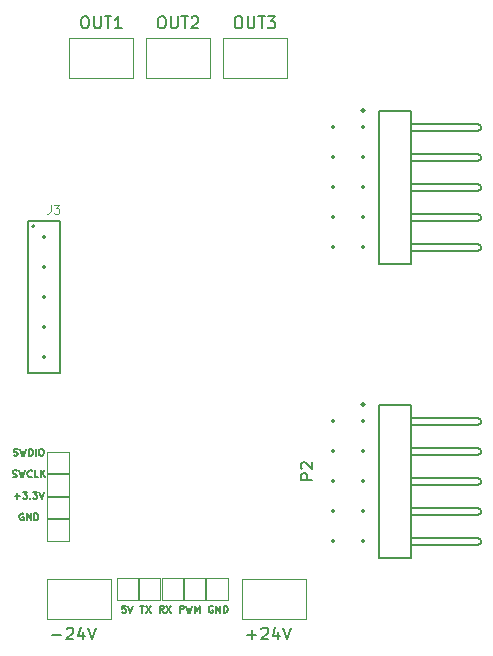
<source format=gbr>
%TF.GenerationSoftware,KiCad,Pcbnew,8.0.6*%
%TF.CreationDate,2024-10-27T21:52:18+01:00*%
%TF.ProjectId,Motor_Driver_carrier_board,4d6f746f-725f-4447-9269-7665725f6361,rev?*%
%TF.SameCoordinates,Original*%
%TF.FileFunction,Legend,Top*%
%TF.FilePolarity,Positive*%
%FSLAX46Y46*%
G04 Gerber Fmt 4.6, Leading zero omitted, Abs format (unit mm)*
G04 Created by KiCad (PCBNEW 8.0.6) date 2024-10-27 21:52:18*
%MOMM*%
%LPD*%
G01*
G04 APERTURE LIST*
%ADD10C,0.150000*%
%ADD11C,0.065024*%
%ADD12C,0.120000*%
%ADD13C,0.200000*%
%ADD14C,0.250000*%
%ADD15C,0.350000*%
G04 APERTURE END LIST*
D10*
X126198809Y-43404819D02*
X126389285Y-43404819D01*
X126389285Y-43404819D02*
X126484523Y-43452438D01*
X126484523Y-43452438D02*
X126579761Y-43547676D01*
X126579761Y-43547676D02*
X126627380Y-43738152D01*
X126627380Y-43738152D02*
X126627380Y-44071485D01*
X126627380Y-44071485D02*
X126579761Y-44261961D01*
X126579761Y-44261961D02*
X126484523Y-44357200D01*
X126484523Y-44357200D02*
X126389285Y-44404819D01*
X126389285Y-44404819D02*
X126198809Y-44404819D01*
X126198809Y-44404819D02*
X126103571Y-44357200D01*
X126103571Y-44357200D02*
X126008333Y-44261961D01*
X126008333Y-44261961D02*
X125960714Y-44071485D01*
X125960714Y-44071485D02*
X125960714Y-43738152D01*
X125960714Y-43738152D02*
X126008333Y-43547676D01*
X126008333Y-43547676D02*
X126103571Y-43452438D01*
X126103571Y-43452438D02*
X126198809Y-43404819D01*
X127055952Y-43404819D02*
X127055952Y-44214342D01*
X127055952Y-44214342D02*
X127103571Y-44309580D01*
X127103571Y-44309580D02*
X127151190Y-44357200D01*
X127151190Y-44357200D02*
X127246428Y-44404819D01*
X127246428Y-44404819D02*
X127436904Y-44404819D01*
X127436904Y-44404819D02*
X127532142Y-44357200D01*
X127532142Y-44357200D02*
X127579761Y-44309580D01*
X127579761Y-44309580D02*
X127627380Y-44214342D01*
X127627380Y-44214342D02*
X127627380Y-43404819D01*
X127960714Y-43404819D02*
X128532142Y-43404819D01*
X128246428Y-44404819D02*
X128246428Y-43404819D01*
X129389285Y-44404819D02*
X128817857Y-44404819D01*
X129103571Y-44404819D02*
X129103571Y-43404819D01*
X129103571Y-43404819D02*
X129008333Y-43547676D01*
X129008333Y-43547676D02*
X128913095Y-43642914D01*
X128913095Y-43642914D02*
X128817857Y-43690533D01*
D11*
X123382012Y-59347329D02*
X123382012Y-59881455D01*
X123382012Y-59881455D02*
X123346403Y-59988280D01*
X123346403Y-59988280D02*
X123275187Y-60059497D01*
X123275187Y-60059497D02*
X123168361Y-60095105D01*
X123168361Y-60095105D02*
X123097145Y-60095105D01*
X123666879Y-59347329D02*
X124129788Y-59347329D01*
X124129788Y-59347329D02*
X123880529Y-59632196D01*
X123880529Y-59632196D02*
X123987354Y-59632196D01*
X123987354Y-59632196D02*
X124058571Y-59667804D01*
X124058571Y-59667804D02*
X124094179Y-59703413D01*
X124094179Y-59703413D02*
X124129788Y-59774629D01*
X124129788Y-59774629D02*
X124129788Y-59952671D01*
X124129788Y-59952671D02*
X124094179Y-60023888D01*
X124094179Y-60023888D02*
X124058571Y-60059497D01*
X124058571Y-60059497D02*
X123987354Y-60095105D01*
X123987354Y-60095105D02*
X123773704Y-60095105D01*
X123773704Y-60095105D02*
X123702487Y-60059497D01*
X123702487Y-60059497D02*
X123666879Y-60023888D01*
D10*
X129734820Y-93294771D02*
X129449106Y-93294771D01*
X129449106Y-93294771D02*
X129420534Y-93580485D01*
X129420534Y-93580485D02*
X129449106Y-93551914D01*
X129449106Y-93551914D02*
X129506249Y-93523342D01*
X129506249Y-93523342D02*
X129649106Y-93523342D01*
X129649106Y-93523342D02*
X129706249Y-93551914D01*
X129706249Y-93551914D02*
X129734820Y-93580485D01*
X129734820Y-93580485D02*
X129763391Y-93637628D01*
X129763391Y-93637628D02*
X129763391Y-93780485D01*
X129763391Y-93780485D02*
X129734820Y-93837628D01*
X129734820Y-93837628D02*
X129706249Y-93866200D01*
X129706249Y-93866200D02*
X129649106Y-93894771D01*
X129649106Y-93894771D02*
X129506249Y-93894771D01*
X129506249Y-93894771D02*
X129449106Y-93866200D01*
X129449106Y-93866200D02*
X129420534Y-93837628D01*
X129934820Y-93294771D02*
X130134820Y-93894771D01*
X130134820Y-93894771D02*
X130334820Y-93294771D01*
X137116963Y-93323342D02*
X137059821Y-93294771D01*
X137059821Y-93294771D02*
X136974106Y-93294771D01*
X136974106Y-93294771D02*
X136888392Y-93323342D01*
X136888392Y-93323342D02*
X136831249Y-93380485D01*
X136831249Y-93380485D02*
X136802678Y-93437628D01*
X136802678Y-93437628D02*
X136774106Y-93551914D01*
X136774106Y-93551914D02*
X136774106Y-93637628D01*
X136774106Y-93637628D02*
X136802678Y-93751914D01*
X136802678Y-93751914D02*
X136831249Y-93809057D01*
X136831249Y-93809057D02*
X136888392Y-93866200D01*
X136888392Y-93866200D02*
X136974106Y-93894771D01*
X136974106Y-93894771D02*
X137031249Y-93894771D01*
X137031249Y-93894771D02*
X137116963Y-93866200D01*
X137116963Y-93866200D02*
X137145535Y-93837628D01*
X137145535Y-93837628D02*
X137145535Y-93637628D01*
X137145535Y-93637628D02*
X137031249Y-93637628D01*
X137402678Y-93894771D02*
X137402678Y-93294771D01*
X137402678Y-93294771D02*
X137745535Y-93894771D01*
X137745535Y-93894771D02*
X137745535Y-93294771D01*
X138031249Y-93894771D02*
X138031249Y-93294771D01*
X138031249Y-93294771D02*
X138174106Y-93294771D01*
X138174106Y-93294771D02*
X138259820Y-93323342D01*
X138259820Y-93323342D02*
X138316963Y-93380485D01*
X138316963Y-93380485D02*
X138345534Y-93437628D01*
X138345534Y-93437628D02*
X138374106Y-93551914D01*
X138374106Y-93551914D02*
X138374106Y-93637628D01*
X138374106Y-93637628D02*
X138345534Y-93751914D01*
X138345534Y-93751914D02*
X138316963Y-93809057D01*
X138316963Y-93809057D02*
X138259820Y-93866200D01*
X138259820Y-93866200D02*
X138174106Y-93894771D01*
X138174106Y-93894771D02*
X138031249Y-93894771D01*
X140038095Y-95773866D02*
X140800000Y-95773866D01*
X140419047Y-96154819D02*
X140419047Y-95392914D01*
X141228571Y-95250057D02*
X141276190Y-95202438D01*
X141276190Y-95202438D02*
X141371428Y-95154819D01*
X141371428Y-95154819D02*
X141609523Y-95154819D01*
X141609523Y-95154819D02*
X141704761Y-95202438D01*
X141704761Y-95202438D02*
X141752380Y-95250057D01*
X141752380Y-95250057D02*
X141799999Y-95345295D01*
X141799999Y-95345295D02*
X141799999Y-95440533D01*
X141799999Y-95440533D02*
X141752380Y-95583390D01*
X141752380Y-95583390D02*
X141180952Y-96154819D01*
X141180952Y-96154819D02*
X141799999Y-96154819D01*
X142657142Y-95488152D02*
X142657142Y-96154819D01*
X142419047Y-95107200D02*
X142180952Y-95821485D01*
X142180952Y-95821485D02*
X142799999Y-95821485D01*
X143038095Y-95154819D02*
X143371428Y-96154819D01*
X143371428Y-96154819D02*
X143704761Y-95154819D01*
X123538095Y-95773866D02*
X124300000Y-95773866D01*
X124728571Y-95250057D02*
X124776190Y-95202438D01*
X124776190Y-95202438D02*
X124871428Y-95154819D01*
X124871428Y-95154819D02*
X125109523Y-95154819D01*
X125109523Y-95154819D02*
X125204761Y-95202438D01*
X125204761Y-95202438D02*
X125252380Y-95250057D01*
X125252380Y-95250057D02*
X125299999Y-95345295D01*
X125299999Y-95345295D02*
X125299999Y-95440533D01*
X125299999Y-95440533D02*
X125252380Y-95583390D01*
X125252380Y-95583390D02*
X124680952Y-96154819D01*
X124680952Y-96154819D02*
X125299999Y-96154819D01*
X126157142Y-95488152D02*
X126157142Y-96154819D01*
X125919047Y-95107200D02*
X125680952Y-95821485D01*
X125680952Y-95821485D02*
X126299999Y-95821485D01*
X126538095Y-95154819D02*
X126871428Y-96154819D01*
X126871428Y-96154819D02*
X127204761Y-95154819D01*
X139198809Y-43404819D02*
X139389285Y-43404819D01*
X139389285Y-43404819D02*
X139484523Y-43452438D01*
X139484523Y-43452438D02*
X139579761Y-43547676D01*
X139579761Y-43547676D02*
X139627380Y-43738152D01*
X139627380Y-43738152D02*
X139627380Y-44071485D01*
X139627380Y-44071485D02*
X139579761Y-44261961D01*
X139579761Y-44261961D02*
X139484523Y-44357200D01*
X139484523Y-44357200D02*
X139389285Y-44404819D01*
X139389285Y-44404819D02*
X139198809Y-44404819D01*
X139198809Y-44404819D02*
X139103571Y-44357200D01*
X139103571Y-44357200D02*
X139008333Y-44261961D01*
X139008333Y-44261961D02*
X138960714Y-44071485D01*
X138960714Y-44071485D02*
X138960714Y-43738152D01*
X138960714Y-43738152D02*
X139008333Y-43547676D01*
X139008333Y-43547676D02*
X139103571Y-43452438D01*
X139103571Y-43452438D02*
X139198809Y-43404819D01*
X140055952Y-43404819D02*
X140055952Y-44214342D01*
X140055952Y-44214342D02*
X140103571Y-44309580D01*
X140103571Y-44309580D02*
X140151190Y-44357200D01*
X140151190Y-44357200D02*
X140246428Y-44404819D01*
X140246428Y-44404819D02*
X140436904Y-44404819D01*
X140436904Y-44404819D02*
X140532142Y-44357200D01*
X140532142Y-44357200D02*
X140579761Y-44309580D01*
X140579761Y-44309580D02*
X140627380Y-44214342D01*
X140627380Y-44214342D02*
X140627380Y-43404819D01*
X140960714Y-43404819D02*
X141532142Y-43404819D01*
X141246428Y-44404819D02*
X141246428Y-43404819D01*
X141770238Y-43404819D02*
X142389285Y-43404819D01*
X142389285Y-43404819D02*
X142055952Y-43785771D01*
X142055952Y-43785771D02*
X142198809Y-43785771D01*
X142198809Y-43785771D02*
X142294047Y-43833390D01*
X142294047Y-43833390D02*
X142341666Y-43881009D01*
X142341666Y-43881009D02*
X142389285Y-43976247D01*
X142389285Y-43976247D02*
X142389285Y-44214342D01*
X142389285Y-44214342D02*
X142341666Y-44309580D01*
X142341666Y-44309580D02*
X142294047Y-44357200D01*
X142294047Y-44357200D02*
X142198809Y-44404819D01*
X142198809Y-44404819D02*
X141913095Y-44404819D01*
X141913095Y-44404819D02*
X141817857Y-44357200D01*
X141817857Y-44357200D02*
X141770238Y-44309580D01*
X132698809Y-43404819D02*
X132889285Y-43404819D01*
X132889285Y-43404819D02*
X132984523Y-43452438D01*
X132984523Y-43452438D02*
X133079761Y-43547676D01*
X133079761Y-43547676D02*
X133127380Y-43738152D01*
X133127380Y-43738152D02*
X133127380Y-44071485D01*
X133127380Y-44071485D02*
X133079761Y-44261961D01*
X133079761Y-44261961D02*
X132984523Y-44357200D01*
X132984523Y-44357200D02*
X132889285Y-44404819D01*
X132889285Y-44404819D02*
X132698809Y-44404819D01*
X132698809Y-44404819D02*
X132603571Y-44357200D01*
X132603571Y-44357200D02*
X132508333Y-44261961D01*
X132508333Y-44261961D02*
X132460714Y-44071485D01*
X132460714Y-44071485D02*
X132460714Y-43738152D01*
X132460714Y-43738152D02*
X132508333Y-43547676D01*
X132508333Y-43547676D02*
X132603571Y-43452438D01*
X132603571Y-43452438D02*
X132698809Y-43404819D01*
X133555952Y-43404819D02*
X133555952Y-44214342D01*
X133555952Y-44214342D02*
X133603571Y-44309580D01*
X133603571Y-44309580D02*
X133651190Y-44357200D01*
X133651190Y-44357200D02*
X133746428Y-44404819D01*
X133746428Y-44404819D02*
X133936904Y-44404819D01*
X133936904Y-44404819D02*
X134032142Y-44357200D01*
X134032142Y-44357200D02*
X134079761Y-44309580D01*
X134079761Y-44309580D02*
X134127380Y-44214342D01*
X134127380Y-44214342D02*
X134127380Y-43404819D01*
X134460714Y-43404819D02*
X135032142Y-43404819D01*
X134746428Y-44404819D02*
X134746428Y-43404819D01*
X135317857Y-43500057D02*
X135365476Y-43452438D01*
X135365476Y-43452438D02*
X135460714Y-43404819D01*
X135460714Y-43404819D02*
X135698809Y-43404819D01*
X135698809Y-43404819D02*
X135794047Y-43452438D01*
X135794047Y-43452438D02*
X135841666Y-43500057D01*
X135841666Y-43500057D02*
X135889285Y-43595295D01*
X135889285Y-43595295D02*
X135889285Y-43690533D01*
X135889285Y-43690533D02*
X135841666Y-43833390D01*
X135841666Y-43833390D02*
X135270238Y-44404819D01*
X135270238Y-44404819D02*
X135889285Y-44404819D01*
X134307143Y-93894771D02*
X134307143Y-93294771D01*
X134307143Y-93294771D02*
X134535714Y-93294771D01*
X134535714Y-93294771D02*
X134592857Y-93323342D01*
X134592857Y-93323342D02*
X134621428Y-93351914D01*
X134621428Y-93351914D02*
X134650000Y-93409057D01*
X134650000Y-93409057D02*
X134650000Y-93494771D01*
X134650000Y-93494771D02*
X134621428Y-93551914D01*
X134621428Y-93551914D02*
X134592857Y-93580485D01*
X134592857Y-93580485D02*
X134535714Y-93609057D01*
X134535714Y-93609057D02*
X134307143Y-93609057D01*
X134850000Y-93294771D02*
X134992857Y-93894771D01*
X134992857Y-93894771D02*
X135107143Y-93466200D01*
X135107143Y-93466200D02*
X135221428Y-93894771D01*
X135221428Y-93894771D02*
X135364286Y-93294771D01*
X135592857Y-93894771D02*
X135592857Y-93294771D01*
X135592857Y-93294771D02*
X135792857Y-93723342D01*
X135792857Y-93723342D02*
X135992857Y-93294771D01*
X135992857Y-93294771D02*
X135992857Y-93894771D01*
X145544819Y-82648094D02*
X144544819Y-82648094D01*
X144544819Y-82648094D02*
X144544819Y-82267142D01*
X144544819Y-82267142D02*
X144592438Y-82171904D01*
X144592438Y-82171904D02*
X144640057Y-82124285D01*
X144640057Y-82124285D02*
X144735295Y-82076666D01*
X144735295Y-82076666D02*
X144878152Y-82076666D01*
X144878152Y-82076666D02*
X144973390Y-82124285D01*
X144973390Y-82124285D02*
X145021009Y-82171904D01*
X145021009Y-82171904D02*
X145068628Y-82267142D01*
X145068628Y-82267142D02*
X145068628Y-82648094D01*
X144640057Y-81695713D02*
X144592438Y-81648094D01*
X144592438Y-81648094D02*
X144544819Y-81552856D01*
X144544819Y-81552856D02*
X144544819Y-81314761D01*
X144544819Y-81314761D02*
X144592438Y-81219523D01*
X144592438Y-81219523D02*
X144640057Y-81171904D01*
X144640057Y-81171904D02*
X144735295Y-81124285D01*
X144735295Y-81124285D02*
X144830533Y-81124285D01*
X144830533Y-81124285D02*
X144973390Y-81171904D01*
X144973390Y-81171904D02*
X145544819Y-81743332D01*
X145544819Y-81743332D02*
X145544819Y-81124285D01*
X120253571Y-80566200D02*
X120339286Y-80594771D01*
X120339286Y-80594771D02*
X120482143Y-80594771D01*
X120482143Y-80594771D02*
X120539286Y-80566200D01*
X120539286Y-80566200D02*
X120567857Y-80537628D01*
X120567857Y-80537628D02*
X120596428Y-80480485D01*
X120596428Y-80480485D02*
X120596428Y-80423342D01*
X120596428Y-80423342D02*
X120567857Y-80366200D01*
X120567857Y-80366200D02*
X120539286Y-80337628D01*
X120539286Y-80337628D02*
X120482143Y-80309057D01*
X120482143Y-80309057D02*
X120367857Y-80280485D01*
X120367857Y-80280485D02*
X120310714Y-80251914D01*
X120310714Y-80251914D02*
X120282143Y-80223342D01*
X120282143Y-80223342D02*
X120253571Y-80166200D01*
X120253571Y-80166200D02*
X120253571Y-80109057D01*
X120253571Y-80109057D02*
X120282143Y-80051914D01*
X120282143Y-80051914D02*
X120310714Y-80023342D01*
X120310714Y-80023342D02*
X120367857Y-79994771D01*
X120367857Y-79994771D02*
X120510714Y-79994771D01*
X120510714Y-79994771D02*
X120596428Y-80023342D01*
X120796429Y-79994771D02*
X120939286Y-80594771D01*
X120939286Y-80594771D02*
X121053572Y-80166200D01*
X121053572Y-80166200D02*
X121167857Y-80594771D01*
X121167857Y-80594771D02*
X121310715Y-79994771D01*
X121539286Y-80594771D02*
X121539286Y-79994771D01*
X121539286Y-79994771D02*
X121682143Y-79994771D01*
X121682143Y-79994771D02*
X121767857Y-80023342D01*
X121767857Y-80023342D02*
X121825000Y-80080485D01*
X121825000Y-80080485D02*
X121853571Y-80137628D01*
X121853571Y-80137628D02*
X121882143Y-80251914D01*
X121882143Y-80251914D02*
X121882143Y-80337628D01*
X121882143Y-80337628D02*
X121853571Y-80451914D01*
X121853571Y-80451914D02*
X121825000Y-80509057D01*
X121825000Y-80509057D02*
X121767857Y-80566200D01*
X121767857Y-80566200D02*
X121682143Y-80594771D01*
X121682143Y-80594771D02*
X121539286Y-80594771D01*
X122139286Y-80594771D02*
X122139286Y-79994771D01*
X122539285Y-79994771D02*
X122653571Y-79994771D01*
X122653571Y-79994771D02*
X122710714Y-80023342D01*
X122710714Y-80023342D02*
X122767857Y-80080485D01*
X122767857Y-80080485D02*
X122796428Y-80194771D01*
X122796428Y-80194771D02*
X122796428Y-80394771D01*
X122796428Y-80394771D02*
X122767857Y-80509057D01*
X122767857Y-80509057D02*
X122710714Y-80566200D01*
X122710714Y-80566200D02*
X122653571Y-80594771D01*
X122653571Y-80594771D02*
X122539285Y-80594771D01*
X122539285Y-80594771D02*
X122482143Y-80566200D01*
X122482143Y-80566200D02*
X122425000Y-80509057D01*
X122425000Y-80509057D02*
X122396428Y-80394771D01*
X122396428Y-80394771D02*
X122396428Y-80194771D01*
X122396428Y-80194771D02*
X122425000Y-80080485D01*
X122425000Y-80080485D02*
X122482143Y-80023342D01*
X122482143Y-80023342D02*
X122539285Y-79994771D01*
X130973213Y-93294771D02*
X131316071Y-93294771D01*
X131144642Y-93894771D02*
X131144642Y-93294771D01*
X131458928Y-93294771D02*
X131858928Y-93894771D01*
X131858928Y-93294771D02*
X131458928Y-93894771D01*
X121067857Y-85498342D02*
X121010715Y-85469771D01*
X121010715Y-85469771D02*
X120925000Y-85469771D01*
X120925000Y-85469771D02*
X120839286Y-85498342D01*
X120839286Y-85498342D02*
X120782143Y-85555485D01*
X120782143Y-85555485D02*
X120753572Y-85612628D01*
X120753572Y-85612628D02*
X120725000Y-85726914D01*
X120725000Y-85726914D02*
X120725000Y-85812628D01*
X120725000Y-85812628D02*
X120753572Y-85926914D01*
X120753572Y-85926914D02*
X120782143Y-85984057D01*
X120782143Y-85984057D02*
X120839286Y-86041200D01*
X120839286Y-86041200D02*
X120925000Y-86069771D01*
X120925000Y-86069771D02*
X120982143Y-86069771D01*
X120982143Y-86069771D02*
X121067857Y-86041200D01*
X121067857Y-86041200D02*
X121096429Y-86012628D01*
X121096429Y-86012628D02*
X121096429Y-85812628D01*
X121096429Y-85812628D02*
X120982143Y-85812628D01*
X121353572Y-86069771D02*
X121353572Y-85469771D01*
X121353572Y-85469771D02*
X121696429Y-86069771D01*
X121696429Y-86069771D02*
X121696429Y-85469771D01*
X121982143Y-86069771D02*
X121982143Y-85469771D01*
X121982143Y-85469771D02*
X122125000Y-85469771D01*
X122125000Y-85469771D02*
X122210714Y-85498342D01*
X122210714Y-85498342D02*
X122267857Y-85555485D01*
X122267857Y-85555485D02*
X122296428Y-85612628D01*
X122296428Y-85612628D02*
X122325000Y-85726914D01*
X122325000Y-85726914D02*
X122325000Y-85812628D01*
X122325000Y-85812628D02*
X122296428Y-85926914D01*
X122296428Y-85926914D02*
X122267857Y-85984057D01*
X122267857Y-85984057D02*
X122210714Y-86041200D01*
X122210714Y-86041200D02*
X122125000Y-86069771D01*
X122125000Y-86069771D02*
X121982143Y-86069771D01*
X120167857Y-82391200D02*
X120253572Y-82419771D01*
X120253572Y-82419771D02*
X120396429Y-82419771D01*
X120396429Y-82419771D02*
X120453572Y-82391200D01*
X120453572Y-82391200D02*
X120482143Y-82362628D01*
X120482143Y-82362628D02*
X120510714Y-82305485D01*
X120510714Y-82305485D02*
X120510714Y-82248342D01*
X120510714Y-82248342D02*
X120482143Y-82191200D01*
X120482143Y-82191200D02*
X120453572Y-82162628D01*
X120453572Y-82162628D02*
X120396429Y-82134057D01*
X120396429Y-82134057D02*
X120282143Y-82105485D01*
X120282143Y-82105485D02*
X120225000Y-82076914D01*
X120225000Y-82076914D02*
X120196429Y-82048342D01*
X120196429Y-82048342D02*
X120167857Y-81991200D01*
X120167857Y-81991200D02*
X120167857Y-81934057D01*
X120167857Y-81934057D02*
X120196429Y-81876914D01*
X120196429Y-81876914D02*
X120225000Y-81848342D01*
X120225000Y-81848342D02*
X120282143Y-81819771D01*
X120282143Y-81819771D02*
X120425000Y-81819771D01*
X120425000Y-81819771D02*
X120510714Y-81848342D01*
X120710715Y-81819771D02*
X120853572Y-82419771D01*
X120853572Y-82419771D02*
X120967858Y-81991200D01*
X120967858Y-81991200D02*
X121082143Y-82419771D01*
X121082143Y-82419771D02*
X121225001Y-81819771D01*
X121796429Y-82362628D02*
X121767857Y-82391200D01*
X121767857Y-82391200D02*
X121682143Y-82419771D01*
X121682143Y-82419771D02*
X121625000Y-82419771D01*
X121625000Y-82419771D02*
X121539286Y-82391200D01*
X121539286Y-82391200D02*
X121482143Y-82334057D01*
X121482143Y-82334057D02*
X121453572Y-82276914D01*
X121453572Y-82276914D02*
X121425000Y-82162628D01*
X121425000Y-82162628D02*
X121425000Y-82076914D01*
X121425000Y-82076914D02*
X121453572Y-81962628D01*
X121453572Y-81962628D02*
X121482143Y-81905485D01*
X121482143Y-81905485D02*
X121539286Y-81848342D01*
X121539286Y-81848342D02*
X121625000Y-81819771D01*
X121625000Y-81819771D02*
X121682143Y-81819771D01*
X121682143Y-81819771D02*
X121767857Y-81848342D01*
X121767857Y-81848342D02*
X121796429Y-81876914D01*
X122339286Y-82419771D02*
X122053572Y-82419771D01*
X122053572Y-82419771D02*
X122053572Y-81819771D01*
X122539286Y-82419771D02*
X122539286Y-81819771D01*
X122882143Y-82419771D02*
X122625000Y-82076914D01*
X122882143Y-81819771D02*
X122539286Y-82162628D01*
X120325000Y-84016200D02*
X120782143Y-84016200D01*
X120553571Y-84244771D02*
X120553571Y-83787628D01*
X121010714Y-83644771D02*
X121382142Y-83644771D01*
X121382142Y-83644771D02*
X121182142Y-83873342D01*
X121182142Y-83873342D02*
X121267857Y-83873342D01*
X121267857Y-83873342D02*
X121325000Y-83901914D01*
X121325000Y-83901914D02*
X121353571Y-83930485D01*
X121353571Y-83930485D02*
X121382142Y-83987628D01*
X121382142Y-83987628D02*
X121382142Y-84130485D01*
X121382142Y-84130485D02*
X121353571Y-84187628D01*
X121353571Y-84187628D02*
X121325000Y-84216200D01*
X121325000Y-84216200D02*
X121267857Y-84244771D01*
X121267857Y-84244771D02*
X121096428Y-84244771D01*
X121096428Y-84244771D02*
X121039285Y-84216200D01*
X121039285Y-84216200D02*
X121010714Y-84187628D01*
X121639286Y-84187628D02*
X121667857Y-84216200D01*
X121667857Y-84216200D02*
X121639286Y-84244771D01*
X121639286Y-84244771D02*
X121610714Y-84216200D01*
X121610714Y-84216200D02*
X121639286Y-84187628D01*
X121639286Y-84187628D02*
X121639286Y-84244771D01*
X121867857Y-83644771D02*
X122239285Y-83644771D01*
X122239285Y-83644771D02*
X122039285Y-83873342D01*
X122039285Y-83873342D02*
X122125000Y-83873342D01*
X122125000Y-83873342D02*
X122182143Y-83901914D01*
X122182143Y-83901914D02*
X122210714Y-83930485D01*
X122210714Y-83930485D02*
X122239285Y-83987628D01*
X122239285Y-83987628D02*
X122239285Y-84130485D01*
X122239285Y-84130485D02*
X122210714Y-84187628D01*
X122210714Y-84187628D02*
X122182143Y-84216200D01*
X122182143Y-84216200D02*
X122125000Y-84244771D01*
X122125000Y-84244771D02*
X121953571Y-84244771D01*
X121953571Y-84244771D02*
X121896428Y-84216200D01*
X121896428Y-84216200D02*
X121867857Y-84187628D01*
X122410714Y-83644771D02*
X122610714Y-84244771D01*
X122610714Y-84244771D02*
X122810714Y-83644771D01*
X132954464Y-93894771D02*
X132754464Y-93609057D01*
X132611607Y-93894771D02*
X132611607Y-93294771D01*
X132611607Y-93294771D02*
X132840178Y-93294771D01*
X132840178Y-93294771D02*
X132897321Y-93323342D01*
X132897321Y-93323342D02*
X132925892Y-93351914D01*
X132925892Y-93351914D02*
X132954464Y-93409057D01*
X132954464Y-93409057D02*
X132954464Y-93494771D01*
X132954464Y-93494771D02*
X132925892Y-93551914D01*
X132925892Y-93551914D02*
X132897321Y-93580485D01*
X132897321Y-93580485D02*
X132840178Y-93609057D01*
X132840178Y-93609057D02*
X132611607Y-93609057D01*
X133154464Y-93294771D02*
X133554464Y-93894771D01*
X133554464Y-93294771D02*
X133154464Y-93894771D01*
D12*
%TO.C,OUT1*%
X124975000Y-45250000D02*
X130375000Y-45250000D01*
X124975000Y-48650000D02*
X124975000Y-45250000D01*
X130375000Y-45250000D02*
X130375000Y-48650000D01*
X130375000Y-48650000D02*
X124975000Y-48650000D01*
D13*
%TO.C,J3*%
X121430000Y-60710000D02*
X124170000Y-60710000D01*
X121430000Y-73610000D02*
X121430000Y-60710000D01*
X124170000Y-60710000D02*
X124170000Y-73610000D01*
X124170000Y-73610000D02*
X121430000Y-73610000D01*
X122000000Y-61160000D02*
G75*
G02*
X121800000Y-61160000I-100000J0D01*
G01*
X121800000Y-61160000D02*
G75*
G02*
X122000000Y-61160000I100000J0D01*
G01*
D12*
%TO.C,5V*%
X128975000Y-90975000D02*
X130775000Y-90975000D01*
X128975000Y-92775000D02*
X128975000Y-90975000D01*
X130775000Y-90975000D02*
X130775000Y-92775000D01*
X130775000Y-92775000D02*
X128975000Y-92775000D01*
%TO.C,GND*%
X136575000Y-90975000D02*
X138375000Y-90975000D01*
X136575000Y-92775000D02*
X136575000Y-90975000D01*
X138375000Y-90975000D02*
X138375000Y-92775000D01*
X138375000Y-92775000D02*
X136575000Y-92775000D01*
%TO.C,+24V*%
X139600000Y-91000000D02*
X145000000Y-91000000D01*
X139600000Y-94400000D02*
X139600000Y-91000000D01*
X145000000Y-91000000D02*
X145000000Y-94400000D01*
X145000000Y-94400000D02*
X139600000Y-94400000D01*
%TO.C,-24V*%
X123100000Y-91000000D02*
X128500000Y-91000000D01*
X123100000Y-94400000D02*
X123100000Y-91000000D01*
X128500000Y-91000000D02*
X128500000Y-94400000D01*
X128500000Y-94400000D02*
X123100000Y-94400000D01*
%TO.C,OUT3*%
X137975000Y-45250000D02*
X143375000Y-45250000D01*
X137975000Y-48650000D02*
X137975000Y-45250000D01*
X143375000Y-45250000D02*
X143375000Y-48650000D01*
X143375000Y-48650000D02*
X137975000Y-48650000D01*
%TO.C,OUT2*%
X131475000Y-45250000D02*
X136875000Y-45250000D01*
X131475000Y-48650000D02*
X131475000Y-45250000D01*
X136875000Y-45250000D02*
X136875000Y-48650000D01*
X136875000Y-48650000D02*
X131475000Y-48650000D01*
%TO.C,PWM*%
X134675000Y-90975000D02*
X136475000Y-90975000D01*
X134675000Y-92775000D02*
X134675000Y-90975000D01*
X136475000Y-90975000D02*
X136475000Y-92775000D01*
X136475000Y-92775000D02*
X134675000Y-92775000D01*
D13*
%TO.C,P2*%
X151185000Y-64370000D02*
X151185000Y-51370000D01*
X151185000Y-89270000D02*
X151185000Y-76270000D01*
X153875000Y-51370000D02*
X151185000Y-51370000D01*
X153875000Y-64370000D02*
X151185000Y-64370000D01*
X153875000Y-64370000D02*
X153875000Y-51370000D01*
X153875000Y-76270000D02*
X151185000Y-76270000D01*
X153875000Y-89270000D02*
X151185000Y-89270000D01*
X153875000Y-89270000D02*
X153875000Y-76270000D01*
X159600000Y-52470000D02*
X153875000Y-52470000D01*
X159600000Y-53110000D02*
X153875000Y-53110000D01*
X159600000Y-53110000D02*
X159800000Y-52910000D01*
X159600000Y-55010000D02*
X153875000Y-55010000D01*
X159600000Y-55650000D02*
X153875000Y-55650000D01*
X159600000Y-55650000D02*
X159800000Y-55450000D01*
X159600000Y-57550000D02*
X153875000Y-57550000D01*
X159600000Y-58190000D02*
X153875000Y-58190000D01*
X159600000Y-58190000D02*
X159800000Y-57990000D01*
X159600000Y-60090000D02*
X153875000Y-60090000D01*
X159600000Y-60730000D02*
X153875000Y-60730000D01*
X159600000Y-60730000D02*
X159800000Y-60530000D01*
X159600000Y-62630000D02*
X153875000Y-62630000D01*
X159600000Y-63270000D02*
X153875000Y-63270000D01*
X159600000Y-63270000D02*
X159800000Y-63070000D01*
X159600000Y-77370000D02*
X153875000Y-77370000D01*
X159600000Y-78010000D02*
X153875000Y-78010000D01*
X159600000Y-78010000D02*
X159800000Y-77810000D01*
X159600000Y-79910000D02*
X153875000Y-79910000D01*
X159600000Y-80550000D02*
X153875000Y-80550000D01*
X159600000Y-80550000D02*
X159800000Y-80350000D01*
X159600000Y-82450000D02*
X153875000Y-82450000D01*
X159600000Y-83090000D02*
X153875000Y-83090000D01*
X159600000Y-83090000D02*
X159800000Y-82890000D01*
X159600000Y-84990000D02*
X153875000Y-84990000D01*
X159600000Y-85630000D02*
X153875000Y-85630000D01*
X159600000Y-85630000D02*
X159800000Y-85430000D01*
X159600000Y-87530000D02*
X153875000Y-87530000D01*
X159600000Y-88170000D02*
X153875000Y-88170000D01*
X159600000Y-88170000D02*
X159800000Y-87970000D01*
X159800000Y-52670000D02*
X159600000Y-52470000D01*
X159800000Y-52910000D02*
X159800000Y-52670000D01*
X159800000Y-55210000D02*
X159600000Y-55010000D01*
X159800000Y-55450000D02*
X159800000Y-55210000D01*
X159800000Y-57750000D02*
X159600000Y-57550000D01*
X159800000Y-57990000D02*
X159800000Y-57750000D01*
X159800000Y-60290000D02*
X159600000Y-60090000D01*
X159800000Y-60530000D02*
X159800000Y-60290000D01*
X159800000Y-62830000D02*
X159600000Y-62630000D01*
X159800000Y-63070000D02*
X159800000Y-62830000D01*
X159800000Y-77570000D02*
X159600000Y-77370000D01*
X159800000Y-77810000D02*
X159800000Y-77570000D01*
X159800000Y-80110000D02*
X159600000Y-79910000D01*
X159800000Y-80350000D02*
X159800000Y-80110000D01*
X159800000Y-82650000D02*
X159600000Y-82450000D01*
X159800000Y-82890000D02*
X159800000Y-82650000D01*
X159800000Y-85190000D02*
X159600000Y-84990000D01*
X159800000Y-85430000D02*
X159800000Y-85190000D01*
X159800000Y-87730000D02*
X159600000Y-87530000D01*
X159800000Y-87970000D02*
X159800000Y-87730000D01*
D14*
X149955000Y-51360000D02*
G75*
G02*
X149705000Y-51360000I-125000J0D01*
G01*
X149705000Y-51360000D02*
G75*
G02*
X149955000Y-51360000I125000J0D01*
G01*
X149955000Y-76260000D02*
G75*
G02*
X149705000Y-76260000I-125000J0D01*
G01*
X149705000Y-76260000D02*
G75*
G02*
X149955000Y-76260000I125000J0D01*
G01*
D12*
%TO.C,SWDIO*%
X123100000Y-80275000D02*
X124900000Y-80275000D01*
X123100000Y-82075000D02*
X123100000Y-80275000D01*
X124900000Y-80275000D02*
X124900000Y-82075000D01*
X124900000Y-82075000D02*
X123100000Y-82075000D01*
%TO.C,TX*%
X130875000Y-90975000D02*
X132675000Y-90975000D01*
X130875000Y-92775000D02*
X130875000Y-90975000D01*
X132675000Y-90975000D02*
X132675000Y-92775000D01*
X132675000Y-92775000D02*
X130875000Y-92775000D01*
%TO.C,GND*%
X123100000Y-85975000D02*
X124900000Y-85975000D01*
X123100000Y-87775000D02*
X123100000Y-85975000D01*
X124900000Y-85975000D02*
X124900000Y-87775000D01*
X124900000Y-87775000D02*
X123100000Y-87775000D01*
%TO.C,SWCLK*%
X123100000Y-82175000D02*
X124900000Y-82175000D01*
X123100000Y-83975000D02*
X123100000Y-82175000D01*
X124900000Y-82175000D02*
X124900000Y-83975000D01*
X124900000Y-83975000D02*
X123100000Y-83975000D01*
%TO.C,+3.3V*%
X123100000Y-84075000D02*
X124900000Y-84075000D01*
X123100000Y-85875000D02*
X123100000Y-84075000D01*
X124900000Y-84075000D02*
X124900000Y-85875000D01*
X124900000Y-85875000D02*
X123100000Y-85875000D01*
%TO.C,RX*%
X132775000Y-90975000D02*
X134575000Y-90975000D01*
X132775000Y-92775000D02*
X132775000Y-90975000D01*
X134575000Y-90975000D02*
X134575000Y-92775000D01*
X134575000Y-92775000D02*
X132775000Y-92775000D01*
%TD*%
D15*
X122800000Y-62080000D03*
X122800000Y-64620000D03*
X122800000Y-67160000D03*
X122800000Y-69700000D03*
X122800000Y-72240000D03*
X149800000Y-52790000D03*
X147260000Y-52790000D03*
X149800000Y-55330000D03*
X147260000Y-55330000D03*
X149800000Y-57870000D03*
X147260000Y-57870000D03*
X149800000Y-60410000D03*
X147260000Y-60410000D03*
X149800000Y-62950000D03*
X147260000Y-62950000D03*
X149800000Y-77690000D03*
X147260000Y-77690000D03*
X149800000Y-80230000D03*
X147260000Y-80230000D03*
X149800000Y-82770000D03*
X147260000Y-82770000D03*
X149800000Y-85310000D03*
X147260000Y-85310000D03*
X149800000Y-87850000D03*
X147260000Y-87850000D03*
M02*

</source>
